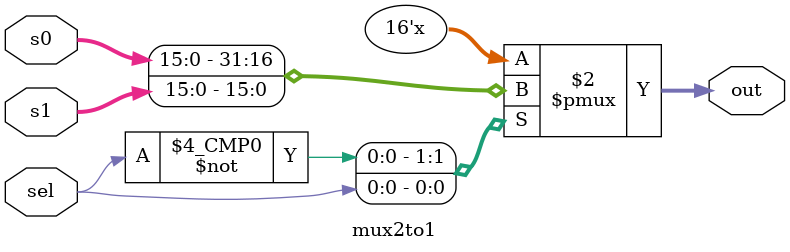
<source format=sv>
module mux2to1 #(parameter width = 16) //2 to 1 mux
(
	input logic [width-1:0] s0, s1,
   input logic sel,							//input select bit
   output logic [width-1:0] out
);

always_comb
begin
	case (sel)
	       1'b0:
		       out = s0;
	       1'b1:
		       out = s1;
   endcase
end

endmodule
</source>
